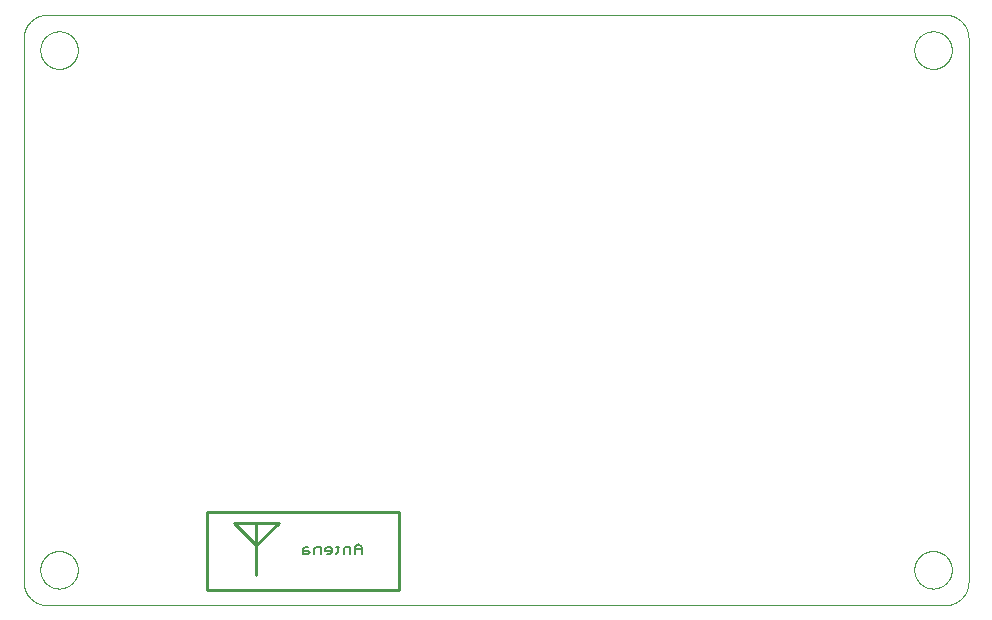
<source format=gbo>
G75*
%MOIN*%
%OFA0B0*%
%FSLAX25Y25*%
%IPPOS*%
%LPD*%
%AMOC8*
5,1,8,0,0,1.08239X$1,22.5*
%
%ADD10C,0.00000*%
%ADD11C,0.00600*%
%ADD12C,0.01000*%
D10*
X0044888Y0146728D02*
X0344100Y0146728D01*
X0344290Y0146730D01*
X0344480Y0146737D01*
X0344670Y0146749D01*
X0344860Y0146765D01*
X0345049Y0146785D01*
X0345238Y0146811D01*
X0345426Y0146840D01*
X0345613Y0146875D01*
X0345799Y0146914D01*
X0345984Y0146957D01*
X0346169Y0147005D01*
X0346352Y0147057D01*
X0346533Y0147113D01*
X0346713Y0147174D01*
X0346892Y0147240D01*
X0347069Y0147309D01*
X0347245Y0147383D01*
X0347418Y0147461D01*
X0347590Y0147544D01*
X0347759Y0147630D01*
X0347927Y0147720D01*
X0348092Y0147815D01*
X0348255Y0147913D01*
X0348415Y0148016D01*
X0348573Y0148122D01*
X0348728Y0148232D01*
X0348881Y0148345D01*
X0349031Y0148463D01*
X0349177Y0148584D01*
X0349321Y0148708D01*
X0349462Y0148836D01*
X0349600Y0148967D01*
X0349735Y0149102D01*
X0349866Y0149240D01*
X0349994Y0149381D01*
X0350118Y0149525D01*
X0350239Y0149671D01*
X0350357Y0149821D01*
X0350470Y0149974D01*
X0350580Y0150129D01*
X0350686Y0150287D01*
X0350789Y0150447D01*
X0350887Y0150610D01*
X0350982Y0150775D01*
X0351072Y0150943D01*
X0351158Y0151112D01*
X0351241Y0151284D01*
X0351319Y0151457D01*
X0351393Y0151633D01*
X0351462Y0151810D01*
X0351528Y0151989D01*
X0351589Y0152169D01*
X0351645Y0152350D01*
X0351697Y0152533D01*
X0351745Y0152718D01*
X0351788Y0152903D01*
X0351827Y0153089D01*
X0351862Y0153276D01*
X0351891Y0153464D01*
X0351917Y0153653D01*
X0351937Y0153842D01*
X0351953Y0154032D01*
X0351965Y0154222D01*
X0351972Y0154412D01*
X0351974Y0154602D01*
X0351974Y0335705D01*
X0351972Y0335895D01*
X0351965Y0336085D01*
X0351953Y0336275D01*
X0351937Y0336465D01*
X0351917Y0336654D01*
X0351891Y0336843D01*
X0351862Y0337031D01*
X0351827Y0337218D01*
X0351788Y0337404D01*
X0351745Y0337589D01*
X0351697Y0337774D01*
X0351645Y0337957D01*
X0351589Y0338138D01*
X0351528Y0338318D01*
X0351462Y0338497D01*
X0351393Y0338674D01*
X0351319Y0338850D01*
X0351241Y0339023D01*
X0351158Y0339195D01*
X0351072Y0339364D01*
X0350982Y0339532D01*
X0350887Y0339697D01*
X0350789Y0339860D01*
X0350686Y0340020D01*
X0350580Y0340178D01*
X0350470Y0340333D01*
X0350357Y0340486D01*
X0350239Y0340636D01*
X0350118Y0340782D01*
X0349994Y0340926D01*
X0349866Y0341067D01*
X0349735Y0341205D01*
X0349600Y0341340D01*
X0349462Y0341471D01*
X0349321Y0341599D01*
X0349177Y0341723D01*
X0349031Y0341844D01*
X0348881Y0341962D01*
X0348728Y0342075D01*
X0348573Y0342185D01*
X0348415Y0342291D01*
X0348255Y0342394D01*
X0348092Y0342492D01*
X0347927Y0342587D01*
X0347759Y0342677D01*
X0347590Y0342763D01*
X0347418Y0342846D01*
X0347245Y0342924D01*
X0347069Y0342998D01*
X0346892Y0343067D01*
X0346713Y0343133D01*
X0346533Y0343194D01*
X0346352Y0343250D01*
X0346169Y0343302D01*
X0345984Y0343350D01*
X0345799Y0343393D01*
X0345613Y0343432D01*
X0345426Y0343467D01*
X0345238Y0343496D01*
X0345049Y0343522D01*
X0344860Y0343542D01*
X0344670Y0343558D01*
X0344480Y0343570D01*
X0344290Y0343577D01*
X0344100Y0343579D01*
X0044888Y0343579D01*
X0044698Y0343577D01*
X0044508Y0343570D01*
X0044318Y0343558D01*
X0044128Y0343542D01*
X0043939Y0343522D01*
X0043750Y0343496D01*
X0043562Y0343467D01*
X0043375Y0343432D01*
X0043189Y0343393D01*
X0043004Y0343350D01*
X0042819Y0343302D01*
X0042636Y0343250D01*
X0042455Y0343194D01*
X0042275Y0343133D01*
X0042096Y0343067D01*
X0041919Y0342998D01*
X0041743Y0342924D01*
X0041570Y0342846D01*
X0041398Y0342763D01*
X0041229Y0342677D01*
X0041061Y0342587D01*
X0040896Y0342492D01*
X0040733Y0342394D01*
X0040573Y0342291D01*
X0040415Y0342185D01*
X0040260Y0342075D01*
X0040107Y0341962D01*
X0039957Y0341844D01*
X0039811Y0341723D01*
X0039667Y0341599D01*
X0039526Y0341471D01*
X0039388Y0341340D01*
X0039253Y0341205D01*
X0039122Y0341067D01*
X0038994Y0340926D01*
X0038870Y0340782D01*
X0038749Y0340636D01*
X0038631Y0340486D01*
X0038518Y0340333D01*
X0038408Y0340178D01*
X0038302Y0340020D01*
X0038199Y0339860D01*
X0038101Y0339697D01*
X0038006Y0339532D01*
X0037916Y0339364D01*
X0037830Y0339195D01*
X0037747Y0339023D01*
X0037669Y0338850D01*
X0037595Y0338674D01*
X0037526Y0338497D01*
X0037460Y0338318D01*
X0037399Y0338138D01*
X0037343Y0337957D01*
X0037291Y0337774D01*
X0037243Y0337589D01*
X0037200Y0337404D01*
X0037161Y0337218D01*
X0037126Y0337031D01*
X0037097Y0336843D01*
X0037071Y0336654D01*
X0037051Y0336465D01*
X0037035Y0336275D01*
X0037023Y0336085D01*
X0037016Y0335895D01*
X0037014Y0335705D01*
X0037014Y0154602D01*
X0037016Y0154412D01*
X0037023Y0154222D01*
X0037035Y0154032D01*
X0037051Y0153842D01*
X0037071Y0153653D01*
X0037097Y0153464D01*
X0037126Y0153276D01*
X0037161Y0153089D01*
X0037200Y0152903D01*
X0037243Y0152718D01*
X0037291Y0152533D01*
X0037343Y0152350D01*
X0037399Y0152169D01*
X0037460Y0151989D01*
X0037526Y0151810D01*
X0037595Y0151633D01*
X0037669Y0151457D01*
X0037747Y0151284D01*
X0037830Y0151112D01*
X0037916Y0150943D01*
X0038006Y0150775D01*
X0038101Y0150610D01*
X0038199Y0150447D01*
X0038302Y0150287D01*
X0038408Y0150129D01*
X0038518Y0149974D01*
X0038631Y0149821D01*
X0038749Y0149671D01*
X0038870Y0149525D01*
X0038994Y0149381D01*
X0039122Y0149240D01*
X0039253Y0149102D01*
X0039388Y0148967D01*
X0039526Y0148836D01*
X0039667Y0148708D01*
X0039811Y0148584D01*
X0039957Y0148463D01*
X0040107Y0148345D01*
X0040260Y0148232D01*
X0040415Y0148122D01*
X0040573Y0148016D01*
X0040733Y0147913D01*
X0040896Y0147815D01*
X0041061Y0147720D01*
X0041229Y0147630D01*
X0041398Y0147544D01*
X0041570Y0147461D01*
X0041743Y0147383D01*
X0041919Y0147309D01*
X0042096Y0147240D01*
X0042275Y0147174D01*
X0042455Y0147113D01*
X0042636Y0147057D01*
X0042819Y0147005D01*
X0043004Y0146957D01*
X0043189Y0146914D01*
X0043375Y0146875D01*
X0043562Y0146840D01*
X0043750Y0146811D01*
X0043939Y0146785D01*
X0044128Y0146765D01*
X0044318Y0146749D01*
X0044508Y0146737D01*
X0044698Y0146730D01*
X0044888Y0146728D01*
X0042575Y0158539D02*
X0042577Y0158697D01*
X0042583Y0158854D01*
X0042593Y0159012D01*
X0042607Y0159169D01*
X0042625Y0159325D01*
X0042646Y0159482D01*
X0042672Y0159637D01*
X0042702Y0159792D01*
X0042735Y0159946D01*
X0042773Y0160099D01*
X0042814Y0160252D01*
X0042859Y0160403D01*
X0042908Y0160553D01*
X0042961Y0160701D01*
X0043017Y0160849D01*
X0043078Y0160994D01*
X0043141Y0161139D01*
X0043209Y0161281D01*
X0043280Y0161422D01*
X0043354Y0161561D01*
X0043432Y0161698D01*
X0043514Y0161833D01*
X0043598Y0161966D01*
X0043687Y0162097D01*
X0043778Y0162225D01*
X0043873Y0162352D01*
X0043970Y0162475D01*
X0044071Y0162597D01*
X0044175Y0162715D01*
X0044282Y0162831D01*
X0044392Y0162944D01*
X0044504Y0163055D01*
X0044620Y0163162D01*
X0044738Y0163267D01*
X0044858Y0163369D01*
X0044981Y0163467D01*
X0045107Y0163563D01*
X0045235Y0163655D01*
X0045365Y0163744D01*
X0045497Y0163830D01*
X0045632Y0163912D01*
X0045769Y0163991D01*
X0045907Y0164066D01*
X0046047Y0164138D01*
X0046190Y0164206D01*
X0046333Y0164271D01*
X0046479Y0164332D01*
X0046626Y0164389D01*
X0046774Y0164443D01*
X0046924Y0164493D01*
X0047074Y0164539D01*
X0047226Y0164581D01*
X0047379Y0164620D01*
X0047533Y0164654D01*
X0047688Y0164685D01*
X0047843Y0164711D01*
X0047999Y0164734D01*
X0048156Y0164753D01*
X0048313Y0164768D01*
X0048470Y0164779D01*
X0048628Y0164786D01*
X0048786Y0164789D01*
X0048943Y0164788D01*
X0049101Y0164783D01*
X0049258Y0164774D01*
X0049416Y0164761D01*
X0049572Y0164744D01*
X0049729Y0164723D01*
X0049884Y0164699D01*
X0050039Y0164670D01*
X0050194Y0164637D01*
X0050347Y0164601D01*
X0050500Y0164560D01*
X0050651Y0164516D01*
X0050801Y0164468D01*
X0050950Y0164417D01*
X0051098Y0164361D01*
X0051244Y0164302D01*
X0051389Y0164239D01*
X0051532Y0164172D01*
X0051673Y0164102D01*
X0051812Y0164029D01*
X0051950Y0163952D01*
X0052086Y0163871D01*
X0052219Y0163787D01*
X0052350Y0163700D01*
X0052479Y0163609D01*
X0052606Y0163515D01*
X0052731Y0163418D01*
X0052852Y0163318D01*
X0052972Y0163215D01*
X0053088Y0163109D01*
X0053202Y0163000D01*
X0053314Y0162888D01*
X0053422Y0162774D01*
X0053527Y0162656D01*
X0053630Y0162536D01*
X0053729Y0162414D01*
X0053825Y0162289D01*
X0053918Y0162161D01*
X0054008Y0162032D01*
X0054094Y0161900D01*
X0054178Y0161766D01*
X0054257Y0161630D01*
X0054334Y0161492D01*
X0054406Y0161352D01*
X0054475Y0161210D01*
X0054541Y0161067D01*
X0054603Y0160922D01*
X0054661Y0160775D01*
X0054716Y0160627D01*
X0054767Y0160478D01*
X0054814Y0160327D01*
X0054857Y0160176D01*
X0054896Y0160023D01*
X0054932Y0159869D01*
X0054963Y0159715D01*
X0054991Y0159560D01*
X0055015Y0159404D01*
X0055035Y0159247D01*
X0055051Y0159090D01*
X0055063Y0158933D01*
X0055071Y0158776D01*
X0055075Y0158618D01*
X0055075Y0158460D01*
X0055071Y0158302D01*
X0055063Y0158145D01*
X0055051Y0157988D01*
X0055035Y0157831D01*
X0055015Y0157674D01*
X0054991Y0157518D01*
X0054963Y0157363D01*
X0054932Y0157209D01*
X0054896Y0157055D01*
X0054857Y0156902D01*
X0054814Y0156751D01*
X0054767Y0156600D01*
X0054716Y0156451D01*
X0054661Y0156303D01*
X0054603Y0156156D01*
X0054541Y0156011D01*
X0054475Y0155868D01*
X0054406Y0155726D01*
X0054334Y0155586D01*
X0054257Y0155448D01*
X0054178Y0155312D01*
X0054094Y0155178D01*
X0054008Y0155046D01*
X0053918Y0154917D01*
X0053825Y0154789D01*
X0053729Y0154664D01*
X0053630Y0154542D01*
X0053527Y0154422D01*
X0053422Y0154304D01*
X0053314Y0154190D01*
X0053202Y0154078D01*
X0053088Y0153969D01*
X0052972Y0153863D01*
X0052852Y0153760D01*
X0052731Y0153660D01*
X0052606Y0153563D01*
X0052479Y0153469D01*
X0052350Y0153378D01*
X0052219Y0153291D01*
X0052086Y0153207D01*
X0051950Y0153126D01*
X0051812Y0153049D01*
X0051673Y0152976D01*
X0051532Y0152906D01*
X0051389Y0152839D01*
X0051244Y0152776D01*
X0051098Y0152717D01*
X0050950Y0152661D01*
X0050801Y0152610D01*
X0050651Y0152562D01*
X0050500Y0152518D01*
X0050347Y0152477D01*
X0050194Y0152441D01*
X0050039Y0152408D01*
X0049884Y0152379D01*
X0049729Y0152355D01*
X0049572Y0152334D01*
X0049416Y0152317D01*
X0049258Y0152304D01*
X0049101Y0152295D01*
X0048943Y0152290D01*
X0048786Y0152289D01*
X0048628Y0152292D01*
X0048470Y0152299D01*
X0048313Y0152310D01*
X0048156Y0152325D01*
X0047999Y0152344D01*
X0047843Y0152367D01*
X0047688Y0152393D01*
X0047533Y0152424D01*
X0047379Y0152458D01*
X0047226Y0152497D01*
X0047074Y0152539D01*
X0046924Y0152585D01*
X0046774Y0152635D01*
X0046626Y0152689D01*
X0046479Y0152746D01*
X0046333Y0152807D01*
X0046190Y0152872D01*
X0046047Y0152940D01*
X0045907Y0153012D01*
X0045769Y0153087D01*
X0045632Y0153166D01*
X0045497Y0153248D01*
X0045365Y0153334D01*
X0045235Y0153423D01*
X0045107Y0153515D01*
X0044981Y0153611D01*
X0044858Y0153709D01*
X0044738Y0153811D01*
X0044620Y0153916D01*
X0044504Y0154023D01*
X0044392Y0154134D01*
X0044282Y0154247D01*
X0044175Y0154363D01*
X0044071Y0154481D01*
X0043970Y0154603D01*
X0043873Y0154726D01*
X0043778Y0154853D01*
X0043687Y0154981D01*
X0043598Y0155112D01*
X0043514Y0155245D01*
X0043432Y0155380D01*
X0043354Y0155517D01*
X0043280Y0155656D01*
X0043209Y0155797D01*
X0043141Y0155939D01*
X0043078Y0156084D01*
X0043017Y0156229D01*
X0042961Y0156377D01*
X0042908Y0156525D01*
X0042859Y0156675D01*
X0042814Y0156826D01*
X0042773Y0156979D01*
X0042735Y0157132D01*
X0042702Y0157286D01*
X0042672Y0157441D01*
X0042646Y0157596D01*
X0042625Y0157753D01*
X0042607Y0157909D01*
X0042593Y0158066D01*
X0042583Y0158224D01*
X0042577Y0158381D01*
X0042575Y0158539D01*
X0042575Y0331768D02*
X0042577Y0331926D01*
X0042583Y0332083D01*
X0042593Y0332241D01*
X0042607Y0332398D01*
X0042625Y0332554D01*
X0042646Y0332711D01*
X0042672Y0332866D01*
X0042702Y0333021D01*
X0042735Y0333175D01*
X0042773Y0333328D01*
X0042814Y0333481D01*
X0042859Y0333632D01*
X0042908Y0333782D01*
X0042961Y0333930D01*
X0043017Y0334078D01*
X0043078Y0334223D01*
X0043141Y0334368D01*
X0043209Y0334510D01*
X0043280Y0334651D01*
X0043354Y0334790D01*
X0043432Y0334927D01*
X0043514Y0335062D01*
X0043598Y0335195D01*
X0043687Y0335326D01*
X0043778Y0335454D01*
X0043873Y0335581D01*
X0043970Y0335704D01*
X0044071Y0335826D01*
X0044175Y0335944D01*
X0044282Y0336060D01*
X0044392Y0336173D01*
X0044504Y0336284D01*
X0044620Y0336391D01*
X0044738Y0336496D01*
X0044858Y0336598D01*
X0044981Y0336696D01*
X0045107Y0336792D01*
X0045235Y0336884D01*
X0045365Y0336973D01*
X0045497Y0337059D01*
X0045632Y0337141D01*
X0045769Y0337220D01*
X0045907Y0337295D01*
X0046047Y0337367D01*
X0046190Y0337435D01*
X0046333Y0337500D01*
X0046479Y0337561D01*
X0046626Y0337618D01*
X0046774Y0337672D01*
X0046924Y0337722D01*
X0047074Y0337768D01*
X0047226Y0337810D01*
X0047379Y0337849D01*
X0047533Y0337883D01*
X0047688Y0337914D01*
X0047843Y0337940D01*
X0047999Y0337963D01*
X0048156Y0337982D01*
X0048313Y0337997D01*
X0048470Y0338008D01*
X0048628Y0338015D01*
X0048786Y0338018D01*
X0048943Y0338017D01*
X0049101Y0338012D01*
X0049258Y0338003D01*
X0049416Y0337990D01*
X0049572Y0337973D01*
X0049729Y0337952D01*
X0049884Y0337928D01*
X0050039Y0337899D01*
X0050194Y0337866D01*
X0050347Y0337830D01*
X0050500Y0337789D01*
X0050651Y0337745D01*
X0050801Y0337697D01*
X0050950Y0337646D01*
X0051098Y0337590D01*
X0051244Y0337531D01*
X0051389Y0337468D01*
X0051532Y0337401D01*
X0051673Y0337331D01*
X0051812Y0337258D01*
X0051950Y0337181D01*
X0052086Y0337100D01*
X0052219Y0337016D01*
X0052350Y0336929D01*
X0052479Y0336838D01*
X0052606Y0336744D01*
X0052731Y0336647D01*
X0052852Y0336547D01*
X0052972Y0336444D01*
X0053088Y0336338D01*
X0053202Y0336229D01*
X0053314Y0336117D01*
X0053422Y0336003D01*
X0053527Y0335885D01*
X0053630Y0335765D01*
X0053729Y0335643D01*
X0053825Y0335518D01*
X0053918Y0335390D01*
X0054008Y0335261D01*
X0054094Y0335129D01*
X0054178Y0334995D01*
X0054257Y0334859D01*
X0054334Y0334721D01*
X0054406Y0334581D01*
X0054475Y0334439D01*
X0054541Y0334296D01*
X0054603Y0334151D01*
X0054661Y0334004D01*
X0054716Y0333856D01*
X0054767Y0333707D01*
X0054814Y0333556D01*
X0054857Y0333405D01*
X0054896Y0333252D01*
X0054932Y0333098D01*
X0054963Y0332944D01*
X0054991Y0332789D01*
X0055015Y0332633D01*
X0055035Y0332476D01*
X0055051Y0332319D01*
X0055063Y0332162D01*
X0055071Y0332005D01*
X0055075Y0331847D01*
X0055075Y0331689D01*
X0055071Y0331531D01*
X0055063Y0331374D01*
X0055051Y0331217D01*
X0055035Y0331060D01*
X0055015Y0330903D01*
X0054991Y0330747D01*
X0054963Y0330592D01*
X0054932Y0330438D01*
X0054896Y0330284D01*
X0054857Y0330131D01*
X0054814Y0329980D01*
X0054767Y0329829D01*
X0054716Y0329680D01*
X0054661Y0329532D01*
X0054603Y0329385D01*
X0054541Y0329240D01*
X0054475Y0329097D01*
X0054406Y0328955D01*
X0054334Y0328815D01*
X0054257Y0328677D01*
X0054178Y0328541D01*
X0054094Y0328407D01*
X0054008Y0328275D01*
X0053918Y0328146D01*
X0053825Y0328018D01*
X0053729Y0327893D01*
X0053630Y0327771D01*
X0053527Y0327651D01*
X0053422Y0327533D01*
X0053314Y0327419D01*
X0053202Y0327307D01*
X0053088Y0327198D01*
X0052972Y0327092D01*
X0052852Y0326989D01*
X0052731Y0326889D01*
X0052606Y0326792D01*
X0052479Y0326698D01*
X0052350Y0326607D01*
X0052219Y0326520D01*
X0052086Y0326436D01*
X0051950Y0326355D01*
X0051812Y0326278D01*
X0051673Y0326205D01*
X0051532Y0326135D01*
X0051389Y0326068D01*
X0051244Y0326005D01*
X0051098Y0325946D01*
X0050950Y0325890D01*
X0050801Y0325839D01*
X0050651Y0325791D01*
X0050500Y0325747D01*
X0050347Y0325706D01*
X0050194Y0325670D01*
X0050039Y0325637D01*
X0049884Y0325608D01*
X0049729Y0325584D01*
X0049572Y0325563D01*
X0049416Y0325546D01*
X0049258Y0325533D01*
X0049101Y0325524D01*
X0048943Y0325519D01*
X0048786Y0325518D01*
X0048628Y0325521D01*
X0048470Y0325528D01*
X0048313Y0325539D01*
X0048156Y0325554D01*
X0047999Y0325573D01*
X0047843Y0325596D01*
X0047688Y0325622D01*
X0047533Y0325653D01*
X0047379Y0325687D01*
X0047226Y0325726D01*
X0047074Y0325768D01*
X0046924Y0325814D01*
X0046774Y0325864D01*
X0046626Y0325918D01*
X0046479Y0325975D01*
X0046333Y0326036D01*
X0046190Y0326101D01*
X0046047Y0326169D01*
X0045907Y0326241D01*
X0045769Y0326316D01*
X0045632Y0326395D01*
X0045497Y0326477D01*
X0045365Y0326563D01*
X0045235Y0326652D01*
X0045107Y0326744D01*
X0044981Y0326840D01*
X0044858Y0326938D01*
X0044738Y0327040D01*
X0044620Y0327145D01*
X0044504Y0327252D01*
X0044392Y0327363D01*
X0044282Y0327476D01*
X0044175Y0327592D01*
X0044071Y0327710D01*
X0043970Y0327832D01*
X0043873Y0327955D01*
X0043778Y0328082D01*
X0043687Y0328210D01*
X0043598Y0328341D01*
X0043514Y0328474D01*
X0043432Y0328609D01*
X0043354Y0328746D01*
X0043280Y0328885D01*
X0043209Y0329026D01*
X0043141Y0329168D01*
X0043078Y0329313D01*
X0043017Y0329458D01*
X0042961Y0329606D01*
X0042908Y0329754D01*
X0042859Y0329904D01*
X0042814Y0330055D01*
X0042773Y0330208D01*
X0042735Y0330361D01*
X0042702Y0330515D01*
X0042672Y0330670D01*
X0042646Y0330825D01*
X0042625Y0330982D01*
X0042607Y0331138D01*
X0042593Y0331295D01*
X0042583Y0331453D01*
X0042577Y0331610D01*
X0042575Y0331768D01*
X0333913Y0331768D02*
X0333915Y0331926D01*
X0333921Y0332083D01*
X0333931Y0332241D01*
X0333945Y0332398D01*
X0333963Y0332554D01*
X0333984Y0332711D01*
X0334010Y0332866D01*
X0334040Y0333021D01*
X0334073Y0333175D01*
X0334111Y0333328D01*
X0334152Y0333481D01*
X0334197Y0333632D01*
X0334246Y0333782D01*
X0334299Y0333930D01*
X0334355Y0334078D01*
X0334416Y0334223D01*
X0334479Y0334368D01*
X0334547Y0334510D01*
X0334618Y0334651D01*
X0334692Y0334790D01*
X0334770Y0334927D01*
X0334852Y0335062D01*
X0334936Y0335195D01*
X0335025Y0335326D01*
X0335116Y0335454D01*
X0335211Y0335581D01*
X0335308Y0335704D01*
X0335409Y0335826D01*
X0335513Y0335944D01*
X0335620Y0336060D01*
X0335730Y0336173D01*
X0335842Y0336284D01*
X0335958Y0336391D01*
X0336076Y0336496D01*
X0336196Y0336598D01*
X0336319Y0336696D01*
X0336445Y0336792D01*
X0336573Y0336884D01*
X0336703Y0336973D01*
X0336835Y0337059D01*
X0336970Y0337141D01*
X0337107Y0337220D01*
X0337245Y0337295D01*
X0337385Y0337367D01*
X0337528Y0337435D01*
X0337671Y0337500D01*
X0337817Y0337561D01*
X0337964Y0337618D01*
X0338112Y0337672D01*
X0338262Y0337722D01*
X0338412Y0337768D01*
X0338564Y0337810D01*
X0338717Y0337849D01*
X0338871Y0337883D01*
X0339026Y0337914D01*
X0339181Y0337940D01*
X0339337Y0337963D01*
X0339494Y0337982D01*
X0339651Y0337997D01*
X0339808Y0338008D01*
X0339966Y0338015D01*
X0340124Y0338018D01*
X0340281Y0338017D01*
X0340439Y0338012D01*
X0340596Y0338003D01*
X0340754Y0337990D01*
X0340910Y0337973D01*
X0341067Y0337952D01*
X0341222Y0337928D01*
X0341377Y0337899D01*
X0341532Y0337866D01*
X0341685Y0337830D01*
X0341838Y0337789D01*
X0341989Y0337745D01*
X0342139Y0337697D01*
X0342288Y0337646D01*
X0342436Y0337590D01*
X0342582Y0337531D01*
X0342727Y0337468D01*
X0342870Y0337401D01*
X0343011Y0337331D01*
X0343150Y0337258D01*
X0343288Y0337181D01*
X0343424Y0337100D01*
X0343557Y0337016D01*
X0343688Y0336929D01*
X0343817Y0336838D01*
X0343944Y0336744D01*
X0344069Y0336647D01*
X0344190Y0336547D01*
X0344310Y0336444D01*
X0344426Y0336338D01*
X0344540Y0336229D01*
X0344652Y0336117D01*
X0344760Y0336003D01*
X0344865Y0335885D01*
X0344968Y0335765D01*
X0345067Y0335643D01*
X0345163Y0335518D01*
X0345256Y0335390D01*
X0345346Y0335261D01*
X0345432Y0335129D01*
X0345516Y0334995D01*
X0345595Y0334859D01*
X0345672Y0334721D01*
X0345744Y0334581D01*
X0345813Y0334439D01*
X0345879Y0334296D01*
X0345941Y0334151D01*
X0345999Y0334004D01*
X0346054Y0333856D01*
X0346105Y0333707D01*
X0346152Y0333556D01*
X0346195Y0333405D01*
X0346234Y0333252D01*
X0346270Y0333098D01*
X0346301Y0332944D01*
X0346329Y0332789D01*
X0346353Y0332633D01*
X0346373Y0332476D01*
X0346389Y0332319D01*
X0346401Y0332162D01*
X0346409Y0332005D01*
X0346413Y0331847D01*
X0346413Y0331689D01*
X0346409Y0331531D01*
X0346401Y0331374D01*
X0346389Y0331217D01*
X0346373Y0331060D01*
X0346353Y0330903D01*
X0346329Y0330747D01*
X0346301Y0330592D01*
X0346270Y0330438D01*
X0346234Y0330284D01*
X0346195Y0330131D01*
X0346152Y0329980D01*
X0346105Y0329829D01*
X0346054Y0329680D01*
X0345999Y0329532D01*
X0345941Y0329385D01*
X0345879Y0329240D01*
X0345813Y0329097D01*
X0345744Y0328955D01*
X0345672Y0328815D01*
X0345595Y0328677D01*
X0345516Y0328541D01*
X0345432Y0328407D01*
X0345346Y0328275D01*
X0345256Y0328146D01*
X0345163Y0328018D01*
X0345067Y0327893D01*
X0344968Y0327771D01*
X0344865Y0327651D01*
X0344760Y0327533D01*
X0344652Y0327419D01*
X0344540Y0327307D01*
X0344426Y0327198D01*
X0344310Y0327092D01*
X0344190Y0326989D01*
X0344069Y0326889D01*
X0343944Y0326792D01*
X0343817Y0326698D01*
X0343688Y0326607D01*
X0343557Y0326520D01*
X0343424Y0326436D01*
X0343288Y0326355D01*
X0343150Y0326278D01*
X0343011Y0326205D01*
X0342870Y0326135D01*
X0342727Y0326068D01*
X0342582Y0326005D01*
X0342436Y0325946D01*
X0342288Y0325890D01*
X0342139Y0325839D01*
X0341989Y0325791D01*
X0341838Y0325747D01*
X0341685Y0325706D01*
X0341532Y0325670D01*
X0341377Y0325637D01*
X0341222Y0325608D01*
X0341067Y0325584D01*
X0340910Y0325563D01*
X0340754Y0325546D01*
X0340596Y0325533D01*
X0340439Y0325524D01*
X0340281Y0325519D01*
X0340124Y0325518D01*
X0339966Y0325521D01*
X0339808Y0325528D01*
X0339651Y0325539D01*
X0339494Y0325554D01*
X0339337Y0325573D01*
X0339181Y0325596D01*
X0339026Y0325622D01*
X0338871Y0325653D01*
X0338717Y0325687D01*
X0338564Y0325726D01*
X0338412Y0325768D01*
X0338262Y0325814D01*
X0338112Y0325864D01*
X0337964Y0325918D01*
X0337817Y0325975D01*
X0337671Y0326036D01*
X0337528Y0326101D01*
X0337385Y0326169D01*
X0337245Y0326241D01*
X0337107Y0326316D01*
X0336970Y0326395D01*
X0336835Y0326477D01*
X0336703Y0326563D01*
X0336573Y0326652D01*
X0336445Y0326744D01*
X0336319Y0326840D01*
X0336196Y0326938D01*
X0336076Y0327040D01*
X0335958Y0327145D01*
X0335842Y0327252D01*
X0335730Y0327363D01*
X0335620Y0327476D01*
X0335513Y0327592D01*
X0335409Y0327710D01*
X0335308Y0327832D01*
X0335211Y0327955D01*
X0335116Y0328082D01*
X0335025Y0328210D01*
X0334936Y0328341D01*
X0334852Y0328474D01*
X0334770Y0328609D01*
X0334692Y0328746D01*
X0334618Y0328885D01*
X0334547Y0329026D01*
X0334479Y0329168D01*
X0334416Y0329313D01*
X0334355Y0329458D01*
X0334299Y0329606D01*
X0334246Y0329754D01*
X0334197Y0329904D01*
X0334152Y0330055D01*
X0334111Y0330208D01*
X0334073Y0330361D01*
X0334040Y0330515D01*
X0334010Y0330670D01*
X0333984Y0330825D01*
X0333963Y0330982D01*
X0333945Y0331138D01*
X0333931Y0331295D01*
X0333921Y0331453D01*
X0333915Y0331610D01*
X0333913Y0331768D01*
X0333913Y0158539D02*
X0333915Y0158697D01*
X0333921Y0158854D01*
X0333931Y0159012D01*
X0333945Y0159169D01*
X0333963Y0159325D01*
X0333984Y0159482D01*
X0334010Y0159637D01*
X0334040Y0159792D01*
X0334073Y0159946D01*
X0334111Y0160099D01*
X0334152Y0160252D01*
X0334197Y0160403D01*
X0334246Y0160553D01*
X0334299Y0160701D01*
X0334355Y0160849D01*
X0334416Y0160994D01*
X0334479Y0161139D01*
X0334547Y0161281D01*
X0334618Y0161422D01*
X0334692Y0161561D01*
X0334770Y0161698D01*
X0334852Y0161833D01*
X0334936Y0161966D01*
X0335025Y0162097D01*
X0335116Y0162225D01*
X0335211Y0162352D01*
X0335308Y0162475D01*
X0335409Y0162597D01*
X0335513Y0162715D01*
X0335620Y0162831D01*
X0335730Y0162944D01*
X0335842Y0163055D01*
X0335958Y0163162D01*
X0336076Y0163267D01*
X0336196Y0163369D01*
X0336319Y0163467D01*
X0336445Y0163563D01*
X0336573Y0163655D01*
X0336703Y0163744D01*
X0336835Y0163830D01*
X0336970Y0163912D01*
X0337107Y0163991D01*
X0337245Y0164066D01*
X0337385Y0164138D01*
X0337528Y0164206D01*
X0337671Y0164271D01*
X0337817Y0164332D01*
X0337964Y0164389D01*
X0338112Y0164443D01*
X0338262Y0164493D01*
X0338412Y0164539D01*
X0338564Y0164581D01*
X0338717Y0164620D01*
X0338871Y0164654D01*
X0339026Y0164685D01*
X0339181Y0164711D01*
X0339337Y0164734D01*
X0339494Y0164753D01*
X0339651Y0164768D01*
X0339808Y0164779D01*
X0339966Y0164786D01*
X0340124Y0164789D01*
X0340281Y0164788D01*
X0340439Y0164783D01*
X0340596Y0164774D01*
X0340754Y0164761D01*
X0340910Y0164744D01*
X0341067Y0164723D01*
X0341222Y0164699D01*
X0341377Y0164670D01*
X0341532Y0164637D01*
X0341685Y0164601D01*
X0341838Y0164560D01*
X0341989Y0164516D01*
X0342139Y0164468D01*
X0342288Y0164417D01*
X0342436Y0164361D01*
X0342582Y0164302D01*
X0342727Y0164239D01*
X0342870Y0164172D01*
X0343011Y0164102D01*
X0343150Y0164029D01*
X0343288Y0163952D01*
X0343424Y0163871D01*
X0343557Y0163787D01*
X0343688Y0163700D01*
X0343817Y0163609D01*
X0343944Y0163515D01*
X0344069Y0163418D01*
X0344190Y0163318D01*
X0344310Y0163215D01*
X0344426Y0163109D01*
X0344540Y0163000D01*
X0344652Y0162888D01*
X0344760Y0162774D01*
X0344865Y0162656D01*
X0344968Y0162536D01*
X0345067Y0162414D01*
X0345163Y0162289D01*
X0345256Y0162161D01*
X0345346Y0162032D01*
X0345432Y0161900D01*
X0345516Y0161766D01*
X0345595Y0161630D01*
X0345672Y0161492D01*
X0345744Y0161352D01*
X0345813Y0161210D01*
X0345879Y0161067D01*
X0345941Y0160922D01*
X0345999Y0160775D01*
X0346054Y0160627D01*
X0346105Y0160478D01*
X0346152Y0160327D01*
X0346195Y0160176D01*
X0346234Y0160023D01*
X0346270Y0159869D01*
X0346301Y0159715D01*
X0346329Y0159560D01*
X0346353Y0159404D01*
X0346373Y0159247D01*
X0346389Y0159090D01*
X0346401Y0158933D01*
X0346409Y0158776D01*
X0346413Y0158618D01*
X0346413Y0158460D01*
X0346409Y0158302D01*
X0346401Y0158145D01*
X0346389Y0157988D01*
X0346373Y0157831D01*
X0346353Y0157674D01*
X0346329Y0157518D01*
X0346301Y0157363D01*
X0346270Y0157209D01*
X0346234Y0157055D01*
X0346195Y0156902D01*
X0346152Y0156751D01*
X0346105Y0156600D01*
X0346054Y0156451D01*
X0345999Y0156303D01*
X0345941Y0156156D01*
X0345879Y0156011D01*
X0345813Y0155868D01*
X0345744Y0155726D01*
X0345672Y0155586D01*
X0345595Y0155448D01*
X0345516Y0155312D01*
X0345432Y0155178D01*
X0345346Y0155046D01*
X0345256Y0154917D01*
X0345163Y0154789D01*
X0345067Y0154664D01*
X0344968Y0154542D01*
X0344865Y0154422D01*
X0344760Y0154304D01*
X0344652Y0154190D01*
X0344540Y0154078D01*
X0344426Y0153969D01*
X0344310Y0153863D01*
X0344190Y0153760D01*
X0344069Y0153660D01*
X0343944Y0153563D01*
X0343817Y0153469D01*
X0343688Y0153378D01*
X0343557Y0153291D01*
X0343424Y0153207D01*
X0343288Y0153126D01*
X0343150Y0153049D01*
X0343011Y0152976D01*
X0342870Y0152906D01*
X0342727Y0152839D01*
X0342582Y0152776D01*
X0342436Y0152717D01*
X0342288Y0152661D01*
X0342139Y0152610D01*
X0341989Y0152562D01*
X0341838Y0152518D01*
X0341685Y0152477D01*
X0341532Y0152441D01*
X0341377Y0152408D01*
X0341222Y0152379D01*
X0341067Y0152355D01*
X0340910Y0152334D01*
X0340754Y0152317D01*
X0340596Y0152304D01*
X0340439Y0152295D01*
X0340281Y0152290D01*
X0340124Y0152289D01*
X0339966Y0152292D01*
X0339808Y0152299D01*
X0339651Y0152310D01*
X0339494Y0152325D01*
X0339337Y0152344D01*
X0339181Y0152367D01*
X0339026Y0152393D01*
X0338871Y0152424D01*
X0338717Y0152458D01*
X0338564Y0152497D01*
X0338412Y0152539D01*
X0338262Y0152585D01*
X0338112Y0152635D01*
X0337964Y0152689D01*
X0337817Y0152746D01*
X0337671Y0152807D01*
X0337528Y0152872D01*
X0337385Y0152940D01*
X0337245Y0153012D01*
X0337107Y0153087D01*
X0336970Y0153166D01*
X0336835Y0153248D01*
X0336703Y0153334D01*
X0336573Y0153423D01*
X0336445Y0153515D01*
X0336319Y0153611D01*
X0336196Y0153709D01*
X0336076Y0153811D01*
X0335958Y0153916D01*
X0335842Y0154023D01*
X0335730Y0154134D01*
X0335620Y0154247D01*
X0335513Y0154363D01*
X0335409Y0154481D01*
X0335308Y0154603D01*
X0335211Y0154726D01*
X0335116Y0154853D01*
X0335025Y0154981D01*
X0334936Y0155112D01*
X0334852Y0155245D01*
X0334770Y0155380D01*
X0334692Y0155517D01*
X0334618Y0155656D01*
X0334547Y0155797D01*
X0334479Y0155939D01*
X0334416Y0156084D01*
X0334355Y0156229D01*
X0334299Y0156377D01*
X0334246Y0156525D01*
X0334197Y0156675D01*
X0334152Y0156826D01*
X0334111Y0156979D01*
X0334073Y0157132D01*
X0334040Y0157286D01*
X0334010Y0157441D01*
X0333984Y0157596D01*
X0333963Y0157753D01*
X0333945Y0157909D01*
X0333931Y0158066D01*
X0333921Y0158224D01*
X0333915Y0158381D01*
X0333913Y0158539D01*
D11*
X0149649Y0163739D02*
X0149649Y0166008D01*
X0148515Y0167142D01*
X0147381Y0166008D01*
X0147381Y0163739D01*
X0145966Y0163739D02*
X0145966Y0166008D01*
X0144265Y0166008D01*
X0143698Y0165440D01*
X0143698Y0163739D01*
X0141716Y0164306D02*
X0141149Y0163739D01*
X0141716Y0164306D02*
X0141716Y0166575D01*
X0142283Y0166008D02*
X0141149Y0166008D01*
X0139828Y0165440D02*
X0139260Y0166008D01*
X0138126Y0166008D01*
X0137559Y0165440D01*
X0137559Y0164873D01*
X0139828Y0164873D01*
X0139828Y0164306D02*
X0139828Y0165440D01*
X0139828Y0164306D02*
X0139260Y0163739D01*
X0138126Y0163739D01*
X0136144Y0163739D02*
X0136144Y0166008D01*
X0134443Y0166008D01*
X0133876Y0165440D01*
X0133876Y0163739D01*
X0132461Y0164306D02*
X0131894Y0164873D01*
X0130193Y0164873D01*
X0130193Y0165440D02*
X0130193Y0163739D01*
X0131894Y0163739D01*
X0132461Y0164306D01*
X0131894Y0166008D02*
X0130760Y0166008D01*
X0130193Y0165440D01*
X0147381Y0165440D02*
X0149649Y0165440D01*
D12*
X0162014Y0177939D02*
X0162014Y0151689D01*
X0098264Y0151689D01*
X0098264Y0177939D01*
X0162014Y0177939D01*
X0122014Y0174189D02*
X0114514Y0166689D01*
X0114514Y0174189D01*
X0122014Y0174189D01*
X0114514Y0174189D02*
X0107014Y0174189D01*
X0114514Y0166689D01*
X0114514Y0156689D01*
M02*

</source>
